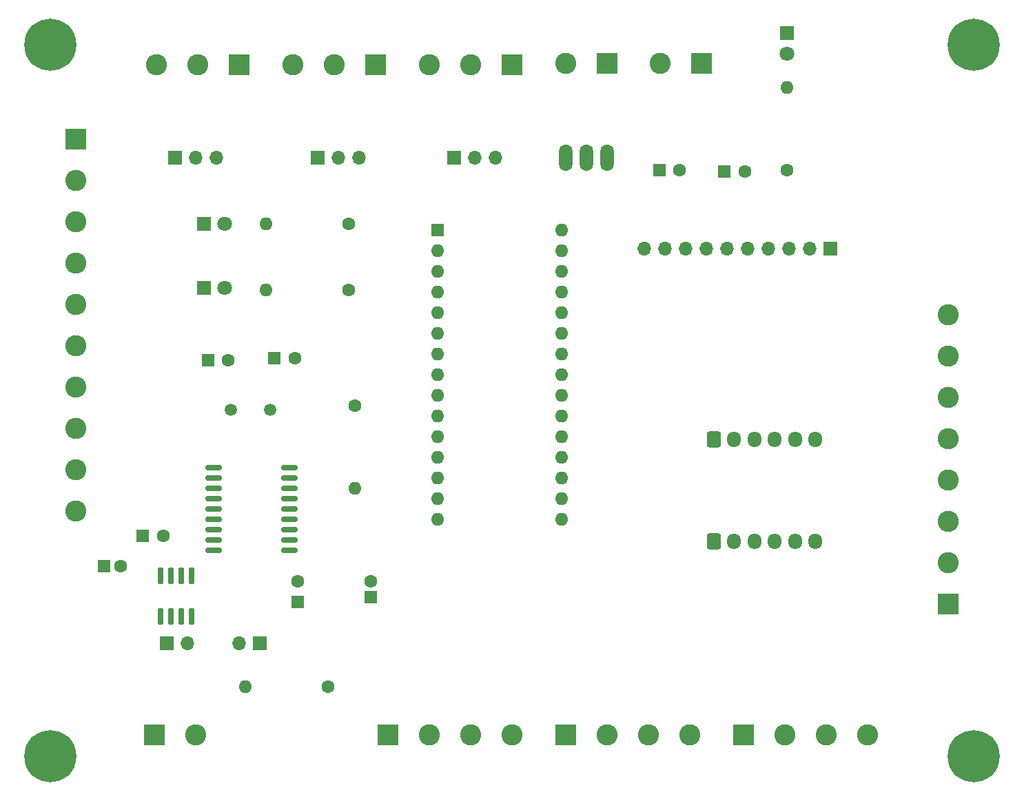
<source format=gts>
%TF.GenerationSoftware,KiCad,Pcbnew,6.0.4-6f826c9f35~116~ubuntu20.04.1*%
%TF.CreationDate,2022-04-13T14:27:07+02:00*%
%TF.ProjectId,sprayGun_PCB,73707261-7947-4756-9e5f-5043422e6b69,rev?*%
%TF.SameCoordinates,Original*%
%TF.FileFunction,Soldermask,Top*%
%TF.FilePolarity,Negative*%
%FSLAX46Y46*%
G04 Gerber Fmt 4.6, Leading zero omitted, Abs format (unit mm)*
G04 Created by KiCad (PCBNEW 6.0.4-6f826c9f35~116~ubuntu20.04.1) date 2022-04-13 14:27:07*
%MOMM*%
%LPD*%
G01*
G04 APERTURE LIST*
G04 Aperture macros list*
%AMRoundRect*
0 Rectangle with rounded corners*
0 $1 Rounding radius*
0 $2 $3 $4 $5 $6 $7 $8 $9 X,Y pos of 4 corners*
0 Add a 4 corners polygon primitive as box body*
4,1,4,$2,$3,$4,$5,$6,$7,$8,$9,$2,$3,0*
0 Add four circle primitives for the rounded corners*
1,1,$1+$1,$2,$3*
1,1,$1+$1,$4,$5*
1,1,$1+$1,$6,$7*
1,1,$1+$1,$8,$9*
0 Add four rect primitives between the rounded corners*
20,1,$1+$1,$2,$3,$4,$5,0*
20,1,$1+$1,$4,$5,$6,$7,0*
20,1,$1+$1,$6,$7,$8,$9,0*
20,1,$1+$1,$8,$9,$2,$3,0*%
G04 Aperture macros list end*
%ADD10RoundRect,0.042000X-0.258000X0.943000X-0.258000X-0.943000X0.258000X-0.943000X0.258000X0.943000X0*%
%ADD11R,1.600000X1.600000*%
%ADD12C,1.600000*%
%ADD13R,2.600000X2.600000*%
%ADD14C,2.600000*%
%ADD15O,1.700000X1.950000*%
%ADD16RoundRect,0.250000X-0.600000X-0.725000X0.600000X-0.725000X0.600000X0.725000X-0.600000X0.725000X0*%
%ADD17R,1.700000X1.700000*%
%ADD18O,1.700000X1.700000*%
%ADD19O,1.600000X1.600000*%
%ADD20C,1.800000*%
%ADD21R,1.800000X1.800000*%
%ADD22C,0.800000*%
%ADD23C,6.400000*%
%ADD24C,1.500000*%
%ADD25O,1.650000X3.300000*%
%ADD26RoundRect,0.150000X-0.875000X-0.150000X0.875000X-0.150000X0.875000X0.150000X-0.875000X0.150000X0*%
G04 APERTURE END LIST*
D10*
%TO.C,U2*%
X110405000Y-117530000D03*
X109135000Y-117530000D03*
X107865000Y-117530000D03*
X106595000Y-117530000D03*
X106595000Y-122470000D03*
X107865000Y-122470000D03*
X109135000Y-122470000D03*
X110405000Y-122470000D03*
%TD*%
D11*
%TO.C,C8*%
X104394888Y-112600000D03*
D12*
X106894888Y-112600000D03*
%TD*%
D11*
%TO.C,C7*%
X99644888Y-116300000D03*
D12*
X101644888Y-116300000D03*
%TD*%
D11*
%TO.C,C6*%
X123400000Y-120705113D03*
D12*
X123400000Y-118205113D03*
%TD*%
D11*
%TO.C,C5*%
X132400000Y-120155112D03*
D12*
X132400000Y-118155112D03*
%TD*%
D13*
%TO.C,J19*%
X173050000Y-54550000D03*
D14*
X167970000Y-54550000D03*
%TD*%
D15*
%TO.C,J18*%
X187050000Y-113250000D03*
X184550000Y-113250000D03*
X182050000Y-113250000D03*
X179550000Y-113250000D03*
X177050000Y-113250000D03*
D16*
X174550000Y-113250000D03*
%TD*%
D15*
%TO.C,J3*%
X187050000Y-100750000D03*
X184550000Y-100750000D03*
X182050000Y-100750000D03*
X179550000Y-100750000D03*
X177050000Y-100750000D03*
D16*
X174550000Y-100750000D03*
%TD*%
D17*
%TO.C,J2*%
X188850000Y-77326000D03*
D18*
X186310000Y-77326000D03*
X183770000Y-77326000D03*
X181230000Y-77326000D03*
X178690000Y-77326000D03*
X176150000Y-77326000D03*
X173610000Y-77326000D03*
X171070000Y-77326000D03*
X168530000Y-77326000D03*
X165990000Y-77326000D03*
%TD*%
D13*
%TO.C,J9*%
X178182000Y-137062000D03*
D14*
X183262000Y-137062000D03*
X188342000Y-137062000D03*
X193422000Y-137062000D03*
%TD*%
D11*
%TO.C,C3*%
X120588888Y-90788000D03*
D12*
X123088888Y-90788000D03*
%TD*%
%TO.C,R2*%
X129663000Y-82406000D03*
D19*
X119503000Y-82406000D03*
%TD*%
D17*
%TO.C,J14*%
X107311000Y-125840000D03*
D18*
X109851000Y-125840000D03*
%TD*%
D20*
%TO.C,D1*%
X114423000Y-74278000D03*
D21*
X111883000Y-74278000D03*
%TD*%
D11*
%TO.C,A1*%
X140600000Y-75040000D03*
D19*
X140600000Y-77580000D03*
X140600000Y-80120000D03*
X140600000Y-82660000D03*
X140600000Y-85200000D03*
X140600000Y-87740000D03*
X140600000Y-90280000D03*
X140600000Y-92820000D03*
X140600000Y-95360000D03*
X140600000Y-97900000D03*
X140600000Y-100440000D03*
X140600000Y-102980000D03*
X140600000Y-105520000D03*
X140600000Y-108060000D03*
X140600000Y-110600000D03*
X155840000Y-110600000D03*
X155840000Y-108060000D03*
X155840000Y-105520000D03*
X155840000Y-102980000D03*
X155840000Y-100440000D03*
X155840000Y-97900000D03*
X155840000Y-95360000D03*
X155840000Y-92820000D03*
X155840000Y-90280000D03*
X155840000Y-87740000D03*
X155840000Y-85200000D03*
X155840000Y-82660000D03*
X155840000Y-80120000D03*
X155840000Y-77580000D03*
X155840000Y-75040000D03*
%TD*%
D12*
%TO.C,R4*%
X127128000Y-131174000D03*
D19*
X116968000Y-131174000D03*
%TD*%
D22*
%TO.C,REF\u002A\u002A*%
X94747056Y-53947056D03*
X93050000Y-49850000D03*
X91352944Y-53947056D03*
D23*
X93050000Y-52250000D03*
D22*
X94747056Y-50552944D03*
X93050000Y-54650000D03*
X90650000Y-52250000D03*
X95450000Y-52250000D03*
X91352944Y-50552944D03*
%TD*%
D13*
%TO.C,J16*%
X132975000Y-54674000D03*
D14*
X127895000Y-54674000D03*
X122815000Y-54674000D03*
%TD*%
D24*
%TO.C,Y1*%
X115190000Y-97138000D03*
X120070000Y-97138000D03*
%TD*%
D13*
%TO.C,J5*%
X156338000Y-137062000D03*
D14*
X161418000Y-137062000D03*
X166498000Y-137062000D03*
X171578000Y-137062000D03*
%TD*%
D12*
%TO.C,R5*%
X130430000Y-96630000D03*
D19*
X130430000Y-106790000D03*
%TD*%
D22*
%TO.C,REF\u002A\u002A*%
X94747056Y-141347056D03*
X93050000Y-137250000D03*
X91352944Y-141347056D03*
D23*
X93050000Y-139650000D03*
D22*
X94747056Y-137952944D03*
X93050000Y-142050000D03*
X90650000Y-139650000D03*
X95450000Y-139650000D03*
X91352944Y-137952944D03*
%TD*%
D13*
%TO.C,J11*%
X96140000Y-63864000D03*
D14*
X96140000Y-68944000D03*
X96140000Y-74024000D03*
X96140000Y-79104000D03*
X96140000Y-84184000D03*
X96140000Y-89264000D03*
X96140000Y-94344000D03*
X96140000Y-99424000D03*
X96140000Y-104504000D03*
X96140000Y-109584000D03*
%TD*%
D11*
%TO.C,C4*%
X112396000Y-91042000D03*
D12*
X114896000Y-91042000D03*
%TD*%
D11*
%TO.C,C1*%
X167855621Y-67674000D03*
D12*
X170355621Y-67674000D03*
%TD*%
D13*
%TO.C,J4*%
X134494000Y-137062000D03*
D14*
X139574000Y-137062000D03*
X144654000Y-137062000D03*
X149734000Y-137062000D03*
%TD*%
D22*
%TO.C,REF\u002A\u002A*%
X208147056Y-141347056D03*
X206450000Y-137250000D03*
X204752944Y-141347056D03*
D23*
X206450000Y-139650000D03*
D22*
X208147056Y-137952944D03*
X206450000Y-142050000D03*
X204050000Y-139650000D03*
X208850000Y-139650000D03*
X204752944Y-137952944D03*
%TD*%
D13*
%TO.C,J1*%
X161423000Y-54550000D03*
D14*
X156343000Y-54550000D03*
%TD*%
D11*
%TO.C,C2*%
X175844888Y-67850000D03*
D12*
X178344888Y-67850000D03*
%TD*%
D13*
%TO.C,J15*%
X116211000Y-54674000D03*
D14*
X111131000Y-54674000D03*
X106051000Y-54674000D03*
%TD*%
%TO.C,J10*%
X203374000Y-85454000D03*
X203374000Y-90534000D03*
X203374000Y-95614000D03*
X203374000Y-100694000D03*
X203374000Y-105774000D03*
X203374000Y-110854000D03*
X203374000Y-115934000D03*
D13*
X203374000Y-121014000D03*
%TD*%
D17*
%TO.C,J7*%
X125858000Y-66150000D03*
D18*
X128398000Y-66150000D03*
X130938000Y-66150000D03*
%TD*%
D13*
%TO.C,J17*%
X149739000Y-54674000D03*
D14*
X144659000Y-54674000D03*
X139579000Y-54674000D03*
%TD*%
D12*
%TO.C,R1*%
X129663000Y-74278000D03*
D19*
X119503000Y-74278000D03*
%TD*%
D12*
%TO.C,R3*%
X183550000Y-67630000D03*
D19*
X183550000Y-57470000D03*
%TD*%
D25*
%TO.C,IC1*%
X156338000Y-66150000D03*
X158878000Y-66150000D03*
X161418000Y-66150000D03*
%TD*%
D17*
%TO.C,J8*%
X142622000Y-66150000D03*
D18*
X145162000Y-66150000D03*
X147702000Y-66150000D03*
%TD*%
D13*
%TO.C,J13*%
X105787000Y-137062000D03*
D14*
X110867000Y-137062000D03*
%TD*%
D17*
%TO.C,J12*%
X118746000Y-125840000D03*
D18*
X116206000Y-125840000D03*
%TD*%
D26*
%TO.C,U1*%
X113080000Y-104250000D03*
X113080000Y-105520000D03*
X113080000Y-106790000D03*
X113080000Y-108060000D03*
X113080000Y-109330000D03*
X113080000Y-110600000D03*
X113080000Y-111870000D03*
X113080000Y-113140000D03*
X113080000Y-114410000D03*
X122380000Y-114410000D03*
X122380000Y-113140000D03*
X122380000Y-111870000D03*
X122380000Y-110600000D03*
X122380000Y-109330000D03*
X122380000Y-108060000D03*
X122380000Y-106790000D03*
X122380000Y-105520000D03*
X122380000Y-104250000D03*
%TD*%
D17*
%TO.C,J6*%
X108332000Y-66150000D03*
D18*
X110872000Y-66150000D03*
X113412000Y-66150000D03*
%TD*%
D20*
%TO.C,D3*%
X183508000Y-53290000D03*
D21*
X183508000Y-50750000D03*
%TD*%
D22*
%TO.C,REF\u002A\u002A*%
X204752944Y-50552944D03*
X208850000Y-52250000D03*
X204050000Y-52250000D03*
X206450000Y-54650000D03*
X208147056Y-50552944D03*
D23*
X206450000Y-52250000D03*
D22*
X204752944Y-53947056D03*
X206450000Y-49850000D03*
X208147056Y-53947056D03*
%TD*%
D20*
%TO.C,D2*%
X114423000Y-82146000D03*
D21*
X111883000Y-82146000D03*
%TD*%
M02*

</source>
